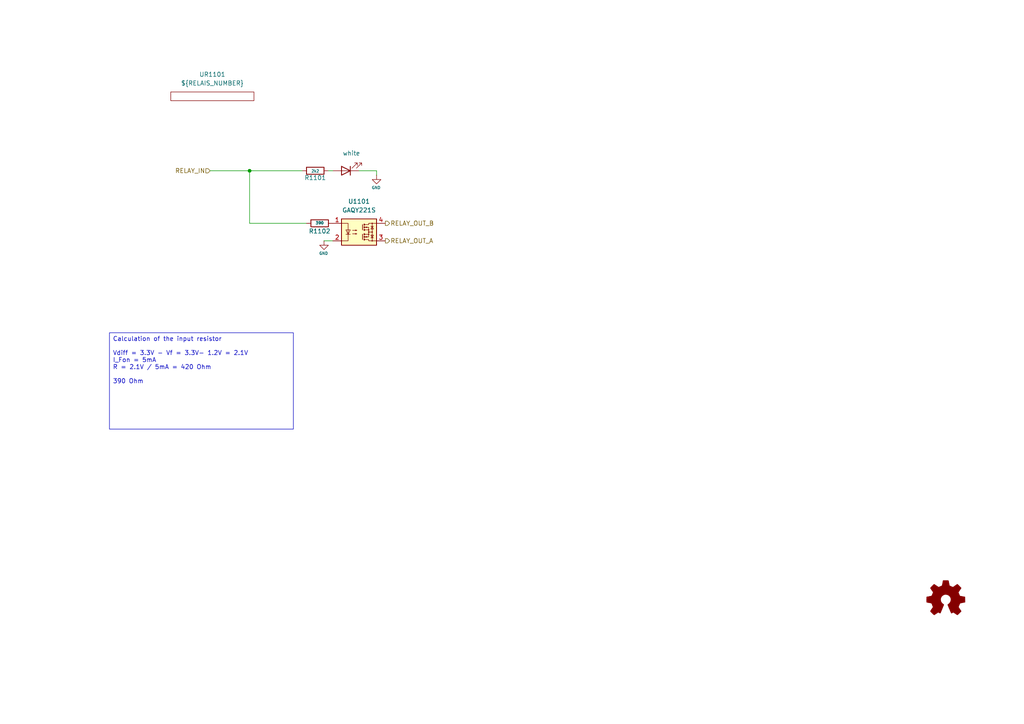
<source format=kicad_sch>
(kicad_sch (version 20250114) (generator "eeschema") (generator_version "9.0")
  (paper "A4")
  (title_block (title "Octoprobe tentacle") (date "2025-11-24") (rev "0.6") (company "Hans Märki, Märki Informatik") (comment 1 "The MIT License (MIT)"))
  (lib_symbols
    (symbol "00_project_library:LED WHITE" (pin_numbers (hide yes)) (pin_names (offset 1.016) (hide yes))
      (property "Reference" "D" (at 0 2.54 0))
      (property "Value" "LED WHITE" (at 0 -2.54 0))
      (symbol "LED WHITE_0_1"
        (polyline (pts (xy -3.048 -0.762) (xy -4.572 -2.286) (xy -3.81 -2.286) (xy -4.572 -2.286) (xy -4.572 -1.524)))
        (polyline (pts (xy -1.778 -0.762) (xy -3.302 -2.286) (xy -2.54 -2.286) (xy -3.302 -2.286) (xy -3.302 -1.524)))
        (polyline (pts (xy -1.27 0) (xy 1.27 0)))
        (polyline (pts (xy -1.27 -1.27) (xy -1.27 1.27)) (stroke (width 0.254)))
        (polyline (pts (xy 1.27 -1.27) (xy 1.27 1.27) (xy -1.27 0) (xy 1.27 -1.27)) (stroke (width 0.254)))
      )
      (symbol "LED WHITE_1_1"
        (pin passive line (at -3.81 0 0) (length 2.54) (name "K") (number "1"))
        (pin passive line (at 3.81 0 180) (length 2.54) (name "A") (number "2"))
      )
    )
    (symbol "00_project_library:octoprobe_relay" (in_bom no)
      (property "Reference" "UR" (at 0 0 0))
      (property "Value" "42" (at 0 0 0))
      (symbol "octoprobe_relay_0_1"
        (rectangle (start -1.27 1.27) (end 22.86 -1.27))
      )
    )
    (symbol "Device:R" (pin_numbers (hide yes)) (pin_names (offset 0))
      (property "Reference" "R" (at 2.032 0 90))
      (property "Value" "R" (at 0 0 90))
      (symbol "R_0_1"
        (rectangle (start -1.016 -2.54) (end 1.016 2.54) (stroke (width 0.254)))
      )
      (symbol "R_1_1"
        (pin passive line (at 0 3.81 270) (length 1.27) (name "~") (number "1"))
        (pin passive line (at 0 -3.81 90) (length 1.27) (name "~") (number "2"))
      )
    )
    (symbol "Graphic:Logo_Open_Hardware_Small" (in_bom no) (on_board no)
      (symbol "Logo_Open_Hardware_Small_0_1"
        (polyline (pts (xy 3.3528 -4.3434) (xy 3.302 -4.318) (xy 3.175 -4.2418) (xy 2.9972 -4.1148) (xy 2.7686 -3.9624) (xy 2.54 -3.81) (xy 2.3622 -3.7084) (xy 2.2352 -3.6068) (xy 2.1844 -3.5814) (xy 2.159 -3.6068) (xy 2.0574 -3.6576) (xy 1.905 -3.7338) (xy 1.8034 -3.7846) (xy 1.6764 -3.8354) (xy 1.6002 -3.8354) (xy 1.6002 -3.8354) (xy 1.5494 -3.7338) (xy 1.4732 -3.5306) (xy 1.3462 -3.302) (xy 1.2446 -3.0226) (xy 1.1176 -2.7178) (xy 0.9652 -2.413) (xy 0.8636 -2.1082) (xy 0.7366 -1.8288) (xy 0.6604 -1.6256) (xy 0.6096 -1.4732) (xy 0.5842 -1.397) (xy 0.5842 -1.397) (xy 0.6604 -1.3208) (xy 0.7874 -1.2446) (xy 1.0414 -1.016) (xy 1.2954 -0.6858) (xy 1.4478 -0.3302) (xy 1.524 0.0762) (xy 1.4732 0.4572) (xy 1.3208 0.8128) (xy 1.0668 1.143) (xy 0.762 1.3716) (xy 0.4064 1.524) (xy 0 1.5748) (xy -0.381 1.5494) (xy -0.7366 1.397) (xy -1.0668 1.143) (xy -1.2192 0.9906) (xy -1.397 0.6604) (xy -1.524 0.3048) (xy -1.524 0.2286) (xy -1.4986 -0.1778) (xy -1.397 -0.5334) (xy -1.1938 -0.8636) (xy -0.9144 -1.143) (xy -0.8636 -1.1684) (xy -0.7366 -1.27) (xy -0.635 -1.3462) (xy -0.5842 -1.397) (xy -1.0668 -2.5908) (xy -1.143 -2.794) (xy -1.2954 -3.1242) (xy -1.397 -3.4036) (xy -1.4986 -3.6322) (xy -1.5748 -3.7846) (xy -1.6002 -3.8354) (xy -1.6002 -3.8354) (xy -1.651 -3.8354) (xy -1.7272 -3.81) (xy -1.905 -3.7338) (xy -2.0066 -3.683) (xy -2.1336 -3.6068) (xy -2.2098 -3.5814) (xy -2.2606 -3.6068) (xy -2.3622 -3.683) (xy -2.54 -3.81) (xy -2.7686 -3.9624) (xy -2.9718 -4.0894) (xy -3.1496 -4.2164) (xy -3.302 -4.318) (xy -3.3528 -4.3434) (xy -3.3782 -4.3434) (xy -3.429 -4.318) (xy -3.5306 -4.2164) (xy -3.7084 -4.064) (xy -3.937 -3.8354) (xy -3.9624 -3.81) (xy -4.1656 -3.6068) (xy -4.318 -3.4544) (xy -4.4196 -3.3274) (xy -4.445 -3.2766) (xy -4.445 -3.2766) (xy -4.4196 -3.2258) (xy -4.318 -3.0734) (xy -4.2164 -2.8956) (xy -4.064 -2.667) (xy -3.6576 -2.0828) (xy -3.8862 -1.5494) (xy -3.937 -1.3716) (xy -4.0386 -1.1684) (xy -4.0894 -1.0414) (xy -4.1148 -0.9652) (xy -4.191 -0.9398) (xy -4.318 -0.9144) (xy -4.5466 -0.8636) (xy -4.8006 -0.8128) (xy -5.0546 -0.7874) (xy -5.2578 -0.7366) (xy -5.4356 -0.7112) (xy -5.5118 -0.6858) (xy -5.5118 -0.6858) (xy -5.5372 -0.635) (xy -5.5372 -0.5588) (xy -5.5372 -0.4318) (xy -5.5626 -0.2286) (xy -5.5626 0.0762) (xy -5.5626 0.127) (xy -5.5372 0.4064) (xy -5.5372 0.635) (xy -5.5372 0.762) (xy -5.5372 0.8382) (xy -5.5372 0.8382) (xy -5.461 0.8382) (xy -5.3086 0.889) (xy -5.08 0.9144) (xy -4.826 0.9652) (xy -4.8006 0.9906) (xy -4.5466 1.0414) (xy -4.318 1.0668) (xy -4.1656 1.1176) (xy -4.0894 1.143) (xy -4.0894 1.143) (xy -4.0386 1.2446) (xy -3.9624 1.4224) (xy -3.8608 1.6256) (xy -3.7846 1.8288) (xy -3.7084 2.0066) (xy -3.6576 2.159) (xy -3.6322 2.2098) (xy -3.6322 2.2098) (xy -3.683 2.286) (xy -3.7592 2.413) (xy -3.8862 2.5908) (xy -4.064 2.8194) (xy -4.064 2.8448) (xy -4.2164 3.0734) (xy -4.3434 3.2512) (xy -4.4196 3.3782) (xy -4.445 3.4544) (xy -4.445 3.4544) (xy -4.3942 3.5052) (xy -4.2926 3.6322) (xy -4.1148 3.81) (xy -3.937 4.0132) (xy -3.8608 4.064) (xy -3.6576 4.2926) (xy -3.5052 4.4196) (xy -3.4036 4.4958) (xy -3.3528 4.5212) (xy -3.3528 4.5212) (xy -3.302 4.4704) (xy -3.1496 4.3688) (xy -2.9718 4.2418) (xy -2.7432 4.0894) (xy -2.7178 4.0894) (xy -2.4892 3.937) (xy -2.3114 3.81) (xy -2.1844 3.7084) (xy -2.1336 3.683) (xy -2.1082 3.683) (xy -2.032 3.7084) (xy -1.8542 3.7592) (xy -1.6764 3.8354) (xy -1.4732 3.937) (xy -1.27 4.0132) (xy -1.143 4.064) (xy -1.0668 4.1148) (xy -1.0668 4.1148) (xy -1.0414 4.191) (xy -1.016 4.3434) (xy -0.9652 4.572) (xy -0.9144 4.8514) (xy -0.889 4.9022) (xy -0.8382 5.1562) (xy -0.8128 5.3848) (xy -0.7874 5.5372) (xy -0.762 5.588) (xy -0.7112 5.6134) (xy -0.5842 5.6134) (xy -0.4064 5.6134) (xy -0.1524 5.6134) (xy 0.0762 5.6134) (xy 0.3302 5.6134) (xy 0.5334 5.6134) (xy 0.6858 5.588) (xy 0.7366 5.588) (xy 0.7366 5.588) (xy 0.762 5.5118) (xy 0.8128 5.334) (xy 0.8382 5.1054) (xy 0.9144 4.826) (xy 0.9144 4.7752) (xy 0.9652 4.5212) (xy 1.016 4.2926) (xy 1.0414 4.1402) (xy 1.0668 4.0894) (xy 1.0668 4.0894) (xy 1.1938 4.0386) (xy 1.3716 3.9624) (xy 1.5748 3.8608) (xy 2.0828 3.6576) (xy 2.7178 4.0894) (xy 2.7686 4.1402) (xy 2.9972 4.2926) (xy 3.175 4.4196) (xy 3.302 4.4958) (xy 3.3782 4.5212) (xy 3.3782 4.5212) (xy 3.429 4.4704) (xy 3.556 4.3434) (xy 3.7338 4.191) (xy 3.9116 3.9878) (xy 4.064 3.8354) (xy 4.2418 3.6576) (xy 4.3434 3.556) (xy 4.4196 3.4798) (xy 4.4196 3.429) (xy 4.4196 3.4036) (xy 4.3942 3.3274) (xy 4.2926 3.2004) (xy 4.1656 2.9972) (xy 4.0132 2.794) (xy 3.8862 2.5908) (xy 3.7592 2.3876) (xy 3.6576 2.2352) (xy 3.6322 2.159) (xy 3.6322 2.1336) (xy 3.683 2.0066) (xy 3.7592 1.8288) (xy 3.8608 1.6002) (xy 4.064 1.1176) (xy 4.3942 1.0414) (xy 4.5974 1.016) (xy 4.8768 0.9652) (xy 5.1308 0.9144) (xy 5.5372 0.8382) (xy 5.5626 -0.6604) (xy 5.4864 -0.6858) (xy 5.4356 -0.6858) (xy 5.2832 -0.7366) (xy 5.0546 -0.762) (xy 4.8006 -0.8128) (xy 4.5974 -0.8636) (xy 4.3688 -0.9144) (xy 4.2164 -0.9398) (xy 4.1402 -0.9398) (xy 4.1148 -0.9652) (xy 4.064 -1.0668) (xy 3.9878 -1.2446) (xy 3.9116 -1.4478) (xy 3.81 -1.651) (xy 3.7338 -1.8542) (xy 3.683 -2.0066) (xy 3.6576 -2.0828) (xy 3.683 -2.1336) (xy 3.7846 -2.2606) (xy 3.8862 -2.4638) (xy 4.0386 -2.667) (xy 4.191 -2.8956) (xy 4.318 -3.0734) (xy 4.3942 -3.2004) (xy 4.445 -3.2766) (xy 4.4196 -3.3274) (xy 4.3434 -3.429) (xy 4.1656 -3.5814) (xy 3.937 -3.8354) (xy 3.8862 -3.8608) (xy 3.683 -4.064) (xy 3.5306 -4.2164) (xy 3.4036 -4.318) (xy 3.3528 -4.3434)) (fill (type outline)))
      )
    )
    (symbol "Relay_SolidState:TLP3123"
      (property "Reference" "U" (at -5.08 5.08 0))
      (property "Value" "TLP3123" (at 0 5.08 0))
      (symbol "TLP3123_0_1"
        (rectangle (start -5.08 3.81) (end 5.08 -3.81) (stroke (width 0.254)) (fill (type background)))
        (polyline (pts (xy -5.08 2.54) (xy -3.175 2.54) (xy -3.175 -2.54) (xy -5.08 -2.54)))
        (polyline (pts (xy -3.81 -0.635) (xy -2.54 -0.635)))
        (polyline (pts (xy -3.175 -0.635) (xy -3.81 0.635) (xy -2.54 0.635) (xy -3.175 -0.635)))
        (polyline (pts (xy -1.905 0.508) (xy -0.635 0.508) (xy -1.016 0.381) (xy -1.016 0.635) (xy -0.635 0.508)))
        (polyline (pts (xy -1.905 -0.508) (xy -0.635 -0.508) (xy -1.016 -0.635) (xy -1.016 -0.381) (xy -0.635 -0.508)))
        (polyline (pts (xy 1.016 2.159) (xy 1.016 0.635)) (stroke (width 0.2032)))
        (polyline (pts (xy 1.016 -0.635) (xy 1.016 -2.159)) (stroke (width 0.2032)))
        (polyline (pts (xy 1.524 2.286) (xy 1.524 2.032) (xy 1.524 2.032)) (stroke (width 0.3556)))
        (polyline (pts (xy 1.524 1.524) (xy 1.524 1.27) (xy 1.524 1.27)) (stroke (width 0.3556)))
        (polyline (pts (xy 1.524 0.762) (xy 1.524 0.508) (xy 1.524 0.508)) (stroke (width 0.3556)))
        (polyline (pts (xy 1.524 -0.508) (xy 1.524 -0.762)) (stroke (width 0.3556)))
        (polyline (pts (xy 1.524 -1.27) (xy 1.524 -1.524) (xy 1.524 -1.524)) (stroke (width 0.3556)))
        (polyline (pts (xy 1.524 -2.032) (xy 1.524 -2.286) (xy 1.524 -2.286)) (stroke (width 0.3556)))
        (polyline (pts (xy 1.651 2.159) (xy 2.794 2.159) (xy 2.794 2.54) (xy 5.08 2.54)))
        (polyline (pts (xy 1.651 1.397) (xy 2.794 1.397) (xy 2.794 0.635)))
        (polyline (pts (xy 1.651 -0.635) (xy 2.794 -0.635) (xy 2.794 0.635) (xy 1.651 0.635)))
        (polyline (pts (xy 1.651 -1.397) (xy 2.794 -1.397) (xy 2.794 -0.635)))
        (polyline (pts (xy 1.651 -2.159) (xy 2.794 -2.159) (xy 2.794 -2.54) (xy 5.08 -2.54)))
        (polyline (pts (xy 1.778 1.397) (xy 2.286 1.524) (xy 2.286 1.27) (xy 1.778 1.397)))
        (polyline (pts (xy 1.778 -1.397) (xy 2.286 -1.27) (xy 2.286 -1.524) (xy 1.778 -1.397)))
        (circle (center 2.794 0.635) (radius 0.127))
        (polyline (pts (xy 2.794 0) (xy 3.81 0)))
        (circle (center 2.794 0) (radius 0.127))
        (circle (center 2.794 -0.635) (radius 0.127))
        (polyline (pts (xy 3.429 1.651) (xy 4.191 1.651)))
        (polyline (pts (xy 3.429 -1.651) (xy 4.191 -1.651)))
        (circle (center 3.81 2.54) (radius 0.127))
        (polyline (pts (xy 3.81 1.651) (xy 3.429 0.889) (xy 4.191 0.889) (xy 3.81 1.651)))
        (circle (center 3.81 0) (radius 0.127))
        (polyline (pts (xy 3.81 -1.651) (xy 3.429 -0.889) (xy 4.191 -0.889) (xy 3.81 -1.651)))
        (polyline (pts (xy 3.81 -2.54) (xy 3.81 2.54)))
        (circle (center 3.81 -2.54) (radius 0.127))
      )
      (symbol "TLP3123_1_1"
        (pin passive line (at -7.62 2.54 0) (length 2.54) (name "~") (number "1"))
        (pin passive line (at -7.62 -2.54 0) (length 2.54) (name "~") (number "2"))
        (pin passive line (at 7.62 2.54 180) (length 2.54) (name "~") (number "4"))
        (pin passive line (at 7.62 -2.54 180) (length 2.54) (name "~") (number "3"))
      )
    )
    (symbol "power:GND" (power) (pin_numbers (hide yes)) (pin_names (offset 0) (hide yes))
      (property "Value" "GND" (at 0 -3.81 0))
      (symbol "GND_0_1"
        (polyline (pts (xy 0 0) (xy 0 -1.27) (xy 1.27 -1.27) (xy 0 -2.54) (xy -1.27 -1.27) (xy 0 -1.27)))
      )
      (symbol "GND_1_1"
        (pin power_in line (at 0 0 270) (length 0) (name "~") (number "1"))
      )
    )
  )
  (text_box "Calculation of the input resistor\n\nVdiff = 3.3V - Vf = 3.3V- 1.2V = 2.1V\nI_Fon = 5mA\nR = 2.1V / 5mA = 420 Ohm\n\n390 Ohm" (at 31.75 96.52 0) (size 53.34 27.94) (margins 0.9525 0.9525 0.9525 0.9525) (effects (font (size 1.27 1.27)) (justify left top)))
  (junction (at 72.39 49.53))
  (wire (pts (xy 96.52 49.53) (xy 95.25 49.53)))
  (wire (pts (xy 93.98 69.85) (xy 96.52 69.85)))
  (wire (pts (xy 104.14 49.53) (xy 109.22 49.53)))
  (wire (pts (xy 109.22 49.53) (xy 109.22 50.8)))
  (wire (pts (xy 72.39 49.53) (xy 87.63 49.53)))
  (wire (pts (xy 60.96 49.53) (xy 72.39 49.53)))
  (wire (pts (xy 72.39 64.77) (xy 72.39 49.53)))
  (wire (pts (xy 88.9 64.77) (xy 72.39 64.77)))
  (hierarchical_label "RELAY_OUT_A" (shape output) (at 111.76 69.85 0))
  (hierarchical_label "RELAY_OUT_B" (shape output) (at 111.76 64.77 0))
  (hierarchical_label "RELAY_IN" (shape input) (at 60.96 49.53 180))
  (symbol (lib_id "Device:R") (at 92.71 64.77 90) (unit 1)
    (property "Reference" "R602" (at 92.71 67.056 90))
    (property "Value" "390" (at 92.71 64.6684 90) (effects (font (size 0.8 0.8))))
    (property "Footprint" "Resistor_SMD:R_0805_2012Metric" (effects (hide yes)))
    (instances (project "pcb_octoprobe" (path "" (reference "R1102") (unit 1)) (path "" (reference "R1202") (unit 1)) (path "" (reference "R1002") (unit 1)) (path "" (reference "R702") (unit 1)) (path "" (reference "R602") (unit 1)) (path "" (reference "R802") (unit 1)) (path "" (reference "R902") (unit 1))))
  )
  (symbol (lib_id "Device:R") (at 91.44 49.53 270) (unit 1)
    (property "Reference" "R601" (at 91.44 51.562 90))
    (property "Value" "2k2" (at 91.44 49.6316 90) (effects (font (size 0.8 0.8))))
    (property "Footprint" "Resistor_SMD:R_0805_2012Metric" (effects (hide yes)))
    (instances (project "pcb_octoprobe" (path "" (reference "R1101") (unit 1)) (path "" (reference "R1201") (unit 1)) (path "" (reference "R1001") (unit 1)) (path "" (reference "R701") (unit 1)) (path "" (reference "R601") (unit 1)) (path "" (reference "R801") (unit 1)) (path "" (reference "R901") (unit 1))))
  )
  (symbol (lib_id "00_project_library:octoprobe_relay") (at 50.8 27.94 0) (unit 1) (in_bom no)
    (property "Reference" "UR601" (at 61.595 21.59 0))
    (property "Value" "${RELAIS_NUMBER}" (at 61.595 24.13 0))
    (property "Footprint" "00_project_library:octoprobe_relay" (effects (hide yes)))
    (instances (project "pcb_octoprobe" (path "" (reference "UR1101") (unit 1)) (path "" (reference "UR1201") (unit 1)) (path "" (reference "UR1001") (unit 1)) (path "" (reference "UR701") (unit 1)) (path "" (reference "UR601") (unit 1)) (path "" (reference "UR801") (unit 1)) (path "" (reference "UR901") (unit 1))))
  )
  (symbol (lib_id "00_project_library:LED WHITE") (at 100.33 49.53 180) (unit 1)
    (property "Reference" "D601" (effects (hide yes)))
    (property "Value" "white" (at 101.9175 44.45 0))
    (property "Footprint" "00_project_library:LED_0603_1608Metric" (effects (hide yes)))
    (property "JLC" "C2290" (effects (hide yes)))
    (property "Label" "LED_RELAYS (white)" (effects (hide yes)))
    (instances (project "pcb_octoprobe" (path "" (reference "D1101") (unit 1)) (path "" (reference "D1201") (unit 1)) (path "" (reference "D1001") (unit 1)) (path "" (reference "D701") (unit 1)) (path "" (reference "D601") (unit 1)) (path "" (reference "D801") (unit 1)) (path "" (reference "D901") (unit 1))))
  )
  (symbol (lib_id "Graphic:Logo_Open_Hardware_Small") (at 274.32 173.99 0) (unit 1) (exclude_from_sim yes) (in_bom no) (on_board no)
    (property "Reference" "#SYM601" (effects (hide yes)))
    (property "Value" "Logo_Open_Hardware_Small" (effects (hide yes)))
    (property "Description" "Open Hardware logo, small" (effects (hide yes)))
    (instances (project "pcb_octoprobe" (path "" (reference "#SYM1101") (unit 1)) (path "" (reference "#SYM1201") (unit 1)) (path "" (reference "#SYM1001") (unit 1)) (path "" (reference "#SYM701") (unit 1)) (path "" (reference "#SYM601") (unit 1)) (path "" (reference "#SYM801") (unit 1)) (path "" (reference "#SYM901") (unit 1))))
  )
  (symbol (lib_id "Relay_SolidState:TLP3123") (at 104.14 67.31 0) (unit 1)
    (property "Reference" "U601" (at 104.14 58.42 0))
    (property "Value" "GAQY221S" (at 104.14 60.96 0))
    (property "Footprint" "00_project_library:SOP-4_4.4x4.3mm_P2.54mm" (effects (hide yes)))
    (property "Datasheet" "https://wmsc.lcsc.com/wmsc/upload/file/pdf/v2/lcsc/2308151358_SUPSiC-GAQY221S_C7435105.pdf" (effects (hide yes)))
    (property "Description" "Solid State Relay (Photo MOSFET) 40V, 1A, 0.1Ohm, SO-4" (effects (hide yes)))
    (property "JLC" "C7435105" (effects (hide yes)))
    (instances (project "pcb_octoprobe" (path "" (reference "U1101") (unit 1)) (path "" (reference "U1201") (unit 1)) (path "" (reference "U1001") (unit 1)) (path "" (reference "U701") (unit 1)) (path "" (reference "U601") (unit 1)) (path "" (reference "U801") (unit 1)) (path "" (reference "U901") (unit 1))))
  )
  (symbol (lib_id "power:GND") (at 109.22 50.8 0) (unit 1)
    (property "Reference" "#PWR0602" (effects (hide yes)))
    (property "Value" "GND" (at 109.093 54.4322 0) (effects (font (size 0.8 0.8))))
    (property "Description" "Power symbol creates a global label with name \"GND\" , ground" (effects (hide yes)))
    (instances (project "pcb_octoprobe" (path "" (reference "#PWR01102") (unit 1)) (path "" (reference "#PWR01202") (unit 1)) (path "" (reference "#PWR01002") (unit 1)) (path "" (reference "#PWR0702") (unit 1)) (path "" (reference "#PWR0602") (unit 1)) (path "" (reference "#PWR0802") (unit 1)) (path "" (reference "#PWR0902") (unit 1))))
  )
  (symbol (lib_id "power:GND") (at 93.98 69.85 0) (unit 1)
    (property "Reference" "#PWR0601" (effects (hide yes)))
    (property "Value" "GND" (at 93.853 73.4822 0) (effects (font (size 0.8 0.8))))
    (property "Description" "Power symbol creates a global label with name \"GND\" , ground" (effects (hide yes)))
    (instances (project "pcb_octoprobe" (path "" (reference "#PWR01101") (unit 1)) (path "" (reference "#PWR01201") (unit 1)) (path "" (reference "#PWR01001") (unit 1)) (path "" (reference "#PWR0701") (unit 1)) (path "" (reference "#PWR0601") (unit 1)) (path "" (reference "#PWR0801") (unit 1)) (path "" (reference "#PWR0901") (unit 1))))
  )
)
</source>
